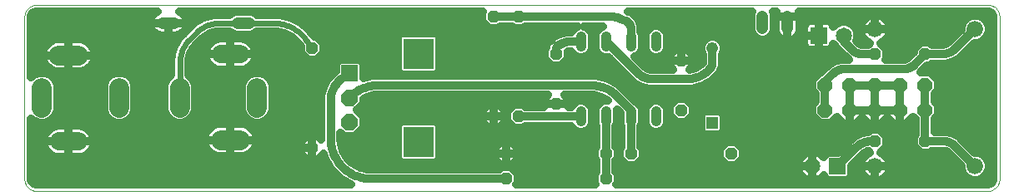
<source format=gtl>
G75*
%MOIN*%
%OFA0B0*%
%FSLAX24Y24*%
%IPPOS*%
%LPD*%
%AMOC8*
5,1,8,0,0,1.08239X$1,22.5*
%
%ADD10C,0.0010*%
%ADD11C,0.0787*%
%ADD12C,0.0748*%
%ADD13R,0.0660X0.0660*%
%ADD14OC8,0.0660*%
%ADD15R,0.1227X0.1227*%
%ADD16OC8,0.0600*%
%ADD17R,0.0480X0.0480*%
%ADD18C,0.0480*%
%ADD19C,0.0480*%
%ADD20OC8,0.0480*%
%ADD21R,0.0650X0.0650*%
%ADD22C,0.0650*%
%ADD23C,0.0660*%
%ADD24C,0.0413*%
%ADD25C,0.0472*%
%ADD26C,0.0320*%
%ADD27C,0.0240*%
D10*
X001260Y001510D02*
X039236Y001510D01*
X039280Y001512D01*
X039323Y001518D01*
X039366Y001527D01*
X039407Y001540D01*
X039448Y001557D01*
X039487Y001577D01*
X039523Y001601D01*
X039558Y001627D01*
X039590Y001657D01*
X039620Y001689D01*
X039646Y001724D01*
X039670Y001760D01*
X039690Y001799D01*
X039707Y001840D01*
X039720Y001881D01*
X039729Y001924D01*
X039735Y001967D01*
X039737Y002011D01*
X039736Y002011D02*
X039736Y008514D01*
X039737Y008514D02*
X039735Y008556D01*
X039730Y008597D01*
X039721Y008637D01*
X039708Y008677D01*
X039692Y008716D01*
X039673Y008753D01*
X039651Y008788D01*
X039625Y008821D01*
X039597Y008851D01*
X039567Y008879D01*
X039534Y008905D01*
X039499Y008927D01*
X039462Y008946D01*
X039423Y008962D01*
X039383Y008975D01*
X039343Y008984D01*
X039302Y008989D01*
X039260Y008991D01*
X039260Y008990D02*
X001240Y008990D01*
X001198Y008988D01*
X001157Y008983D01*
X001116Y008974D01*
X001076Y008961D01*
X001037Y008945D01*
X001000Y008926D01*
X000965Y008903D01*
X000931Y008878D01*
X000901Y008849D01*
X000872Y008819D01*
X000847Y008785D01*
X000824Y008750D01*
X000805Y008713D01*
X000789Y008674D01*
X000776Y008634D01*
X000767Y008593D01*
X000762Y008552D01*
X000760Y008510D01*
X000760Y002010D01*
X000762Y001966D01*
X000768Y001923D01*
X000777Y001881D01*
X000790Y001839D01*
X000807Y001799D01*
X000827Y001760D01*
X000850Y001723D01*
X000877Y001689D01*
X000906Y001656D01*
X000939Y001627D01*
X000973Y001600D01*
X001010Y001577D01*
X001049Y001557D01*
X001089Y001540D01*
X001131Y001527D01*
X001173Y001518D01*
X001216Y001512D01*
X001260Y001510D01*
D11*
X008603Y003560D02*
X009390Y003560D01*
X010059Y004866D02*
X010059Y005654D01*
X006970Y005654D02*
X006970Y004866D01*
X004550Y004866D02*
X004550Y005654D01*
X001461Y005654D02*
X001461Y004866D01*
X002130Y006960D02*
X002917Y006960D01*
D12*
X008622Y007010D02*
X009370Y007010D01*
X002898Y003510D02*
X002150Y003510D01*
D13*
X013754Y006244D03*
D14*
X013754Y005260D03*
X013754Y004276D03*
D15*
X016510Y003488D03*
X016510Y007032D03*
D16*
X032760Y005760D03*
X033760Y005760D03*
X034760Y005760D03*
X035760Y005760D03*
X036760Y005760D03*
X036760Y004760D03*
X035760Y004760D03*
X034760Y004760D03*
X033760Y004760D03*
X032760Y004760D03*
D17*
X028260Y004260D03*
D18*
X028260Y007260D03*
D19*
X009750Y008260D02*
X009270Y008260D01*
X006750Y008260D02*
X006270Y008260D01*
D20*
X012260Y007260D03*
X019510Y008510D03*
X020510Y008510D03*
X022010Y007010D03*
X027010Y006760D03*
X022010Y005010D03*
X020510Y004510D03*
X019510Y004510D03*
X020010Y003010D03*
X020010Y002010D03*
X024010Y002010D03*
X024010Y003010D03*
X025010Y003010D03*
X029010Y003010D03*
X034760Y003510D03*
X036760Y003510D03*
X027010Y004760D03*
X034760Y007010D03*
X036760Y007010D03*
X012260Y003260D03*
D21*
X032510Y007760D03*
X033260Y002510D03*
D22*
X032260Y002510D03*
X033510Y007760D03*
D23*
X034760Y008010D03*
X038760Y008010D03*
X038760Y002510D03*
X034760Y002510D03*
D24*
X026010Y004303D02*
X026010Y004717D01*
X025010Y004717D02*
X025010Y004303D01*
X024010Y004303D02*
X024010Y004717D01*
X023010Y004717D02*
X023010Y004303D01*
X023010Y007303D02*
X023010Y007717D01*
X024010Y007717D02*
X024010Y007303D01*
X025010Y007303D02*
X025010Y007717D01*
X026010Y007717D02*
X026010Y007303D01*
D25*
X030260Y008038D02*
X030260Y008510D01*
X031260Y008510D02*
X031260Y008038D01*
D26*
X031260Y007880D02*
X031260Y007880D01*
X031638Y007714D02*
X031684Y007777D01*
X031720Y007847D01*
X031744Y007921D01*
X031756Y007999D01*
X031756Y008510D01*
X031756Y008549D01*
X031744Y008626D01*
X031720Y008700D01*
X031707Y008725D01*
X039260Y008725D01*
X039301Y008721D01*
X039377Y008690D01*
X039436Y008631D01*
X039467Y008555D01*
X039471Y008514D01*
X039471Y002011D01*
X039467Y001965D01*
X039432Y001880D01*
X039367Y001815D01*
X039282Y001780D01*
X039236Y001775D01*
X024426Y001775D01*
X024470Y001819D01*
X024470Y002201D01*
X024390Y002281D01*
X024390Y002739D01*
X024470Y002819D01*
X024470Y003201D01*
X024390Y003281D01*
X024390Y004106D01*
X024437Y004218D01*
X024437Y004796D01*
X024583Y004649D01*
X024583Y004218D01*
X024630Y004106D01*
X024630Y003281D01*
X024550Y003201D01*
X024550Y002819D01*
X024819Y002550D01*
X025201Y002550D01*
X025470Y002819D01*
X025470Y003201D01*
X025390Y003281D01*
X025390Y004106D01*
X025437Y004218D01*
X025437Y004802D01*
X025372Y004958D01*
X025252Y005078D01*
X025213Y005094D01*
X024795Y005512D01*
X024742Y005566D01*
X024559Y005748D01*
X024112Y006006D01*
X023613Y006140D01*
X014658Y006140D01*
X014304Y006045D01*
X014304Y006665D01*
X014175Y006794D01*
X013333Y006794D01*
X013204Y006665D01*
X013204Y006330D01*
X013110Y006266D01*
X013110Y006266D01*
X012877Y006006D01*
X012714Y005698D01*
X012714Y005698D01*
X012630Y005359D01*
X012630Y003597D01*
X012467Y003760D01*
X012260Y003760D01*
X012260Y003260D01*
X012260Y003260D01*
X012260Y002760D01*
X012467Y002760D01*
X012717Y003010D01*
X012764Y002834D01*
X013022Y002387D01*
X013387Y002022D01*
X013387Y002022D01*
X013815Y001775D01*
X001260Y001775D01*
X001214Y001780D01*
X001129Y001815D01*
X001065Y001879D01*
X001030Y001964D01*
X001025Y002010D01*
X001025Y004434D01*
X001113Y004346D01*
X001339Y004253D01*
X001583Y004253D01*
X001808Y004346D01*
X001981Y004519D01*
X002074Y004744D01*
X002074Y005776D01*
X001981Y006001D01*
X001808Y006174D01*
X001583Y006267D01*
X001339Y006267D01*
X001113Y006174D01*
X001025Y006086D01*
X001025Y008510D01*
X001029Y008552D01*
X001061Y008630D01*
X001121Y008689D01*
X001198Y008721D01*
X001240Y008725D01*
X006084Y008725D01*
X006078Y008723D01*
X006008Y008688D01*
X005944Y008641D01*
X005889Y008586D01*
X005842Y008522D01*
X005807Y008452D01*
X005782Y008377D01*
X005770Y008299D01*
X005770Y008260D01*
X006510Y008260D01*
X007250Y008260D01*
X007250Y008299D01*
X007238Y008377D01*
X007213Y008452D01*
X007178Y008522D01*
X007131Y008586D01*
X007076Y008641D01*
X007012Y008688D01*
X006942Y008723D01*
X006936Y008725D01*
X019075Y008725D01*
X019050Y008701D01*
X019050Y008319D01*
X019319Y008050D01*
X019701Y008050D01*
X019781Y008130D01*
X020239Y008130D01*
X020319Y008050D01*
X020701Y008050D01*
X020781Y008130D01*
X022893Y008130D01*
X022768Y008078D01*
X022648Y007958D01*
X022620Y007890D01*
X022410Y007890D01*
X022133Y007816D01*
X021885Y007673D01*
X021838Y007625D01*
X021772Y007559D01*
X021731Y007518D01*
X021688Y007475D01*
X021630Y007336D01*
X021630Y007281D01*
X021550Y007201D01*
X021550Y006819D01*
X021819Y006550D01*
X022201Y006550D01*
X022470Y006819D01*
X022470Y007116D01*
X022510Y007127D01*
X022553Y007130D01*
X022620Y007130D01*
X022648Y007062D01*
X022768Y006942D01*
X022925Y006877D01*
X023095Y006877D01*
X023252Y006942D01*
X023372Y007062D01*
X023437Y007218D01*
X023437Y007802D01*
X023372Y007958D01*
X023252Y008078D01*
X023127Y008130D01*
X023893Y008130D01*
X023768Y008078D01*
X023648Y007958D01*
X023583Y007802D01*
X023583Y007218D01*
X023648Y007062D01*
X023768Y006942D01*
X023925Y006877D01*
X024095Y006877D01*
X024103Y006880D01*
X024956Y006026D01*
X025006Y005977D01*
X025019Y005963D01*
X025119Y005864D01*
X025386Y005710D01*
X025683Y005630D01*
X027457Y005630D01*
X027871Y005741D01*
X027871Y005741D01*
X028243Y005956D01*
X028341Y006054D01*
X028395Y006107D01*
X028410Y006123D01*
X028448Y006161D01*
X028513Y006225D01*
X028640Y006533D01*
X028640Y006989D01*
X028650Y006999D01*
X028720Y007168D01*
X028720Y007351D01*
X028650Y007521D01*
X028521Y007650D01*
X028351Y007720D01*
X028168Y007720D01*
X027999Y007650D01*
X027870Y007521D01*
X027800Y007351D01*
X027800Y007168D01*
X027870Y006999D01*
X027880Y006989D01*
X027880Y006699D01*
X027879Y006684D01*
X027867Y006657D01*
X027857Y006645D01*
X027772Y006570D01*
X027575Y006456D01*
X027356Y006397D01*
X027354Y006397D01*
X027510Y006553D01*
X027510Y006760D01*
X027510Y006967D01*
X027217Y007260D01*
X027010Y007260D01*
X027010Y006760D01*
X027010Y006760D01*
X027510Y006760D01*
X027010Y006760D01*
X027010Y006760D01*
X027010Y006760D01*
X026510Y006760D01*
X026510Y006967D01*
X026803Y007260D01*
X027010Y007260D01*
X027010Y006760D01*
X026510Y006760D01*
X026510Y006553D01*
X026673Y006390D01*
X025837Y006390D01*
X025784Y006394D01*
X025680Y006421D01*
X025588Y006475D01*
X025547Y006510D01*
X025502Y006555D01*
X025494Y006564D01*
X025156Y006902D01*
X025252Y006942D01*
X025372Y007062D01*
X025437Y007218D01*
X025437Y007802D01*
X025390Y007914D01*
X025390Y008170D01*
X025278Y008439D01*
X025278Y008439D01*
X025072Y008646D01*
X025072Y008646D01*
X024937Y008701D01*
X024880Y008725D01*
X029855Y008725D01*
X029804Y008601D01*
X029804Y007947D01*
X029873Y007779D01*
X030002Y007651D01*
X030169Y007581D01*
X030351Y007581D01*
X030518Y007651D01*
X030647Y007779D01*
X030716Y007947D01*
X030716Y008601D01*
X030665Y008725D01*
X030813Y008725D01*
X030800Y008700D01*
X030776Y008626D01*
X030764Y008549D01*
X030764Y008510D01*
X030764Y007999D01*
X030776Y007921D01*
X030800Y007847D01*
X030836Y007777D01*
X030882Y007714D01*
X030937Y007659D01*
X031000Y007613D01*
X031070Y007578D01*
X031144Y007554D01*
X031221Y007541D01*
X031260Y007541D01*
X031299Y007541D01*
X031376Y007554D01*
X031450Y007578D01*
X031520Y007613D01*
X031583Y007659D01*
X031638Y007714D01*
X031401Y007562D02*
X031925Y007562D01*
X031260Y007562D02*
X031260Y007562D01*
X031260Y007541D02*
X031260Y008510D01*
X031756Y008510D01*
X031260Y008510D01*
X031260Y008510D01*
X031260Y008510D01*
X031260Y008510D01*
X030764Y008510D01*
X031260Y008510D01*
X031260Y007541D01*
X031119Y007562D02*
X028609Y007562D01*
X027911Y007562D02*
X026437Y007562D01*
X026437Y007802D02*
X026372Y007958D01*
X026252Y008078D01*
X026095Y008143D01*
X025925Y008143D01*
X025768Y008078D01*
X025648Y007958D01*
X025583Y007802D01*
X025583Y007218D01*
X025648Y007062D01*
X025768Y006942D01*
X025925Y006877D01*
X026095Y006877D01*
X026252Y006942D01*
X026372Y007062D01*
X026437Y007218D01*
X026437Y007802D01*
X026404Y007880D02*
X029831Y007880D01*
X030689Y007880D02*
X030789Y007880D01*
X031731Y007880D02*
X031925Y007880D01*
X031925Y007760D02*
X032510Y007760D01*
X032510Y007760D01*
X032510Y008345D01*
X032861Y008345D01*
X032911Y008335D01*
X032958Y008315D01*
X033001Y008287D01*
X033037Y008251D01*
X033065Y008208D01*
X033085Y008161D01*
X033094Y008115D01*
X033201Y008222D01*
X033402Y008305D01*
X033618Y008305D01*
X033819Y008222D01*
X033972Y008069D01*
X034055Y007868D01*
X034055Y007652D01*
X034011Y007546D01*
X034062Y007496D01*
X034073Y007484D01*
X034115Y007442D01*
X034133Y007427D01*
X034173Y007404D01*
X034218Y007392D01*
X034242Y007390D01*
X034489Y007390D01*
X034556Y007456D01*
X034534Y007463D01*
X034451Y007505D01*
X034376Y007560D01*
X034310Y007626D01*
X034255Y007701D01*
X034213Y007784D01*
X034185Y007872D01*
X034170Y007964D01*
X034170Y008010D01*
X034760Y008010D01*
X034760Y008010D01*
X034760Y008600D01*
X034806Y008600D01*
X034898Y008585D01*
X034986Y008557D01*
X035069Y008515D01*
X035144Y008460D01*
X035210Y008394D01*
X035265Y008319D01*
X035307Y008236D01*
X035335Y008148D01*
X035350Y008056D01*
X035350Y008010D01*
X034760Y008010D01*
X034760Y008010D01*
X034760Y008010D01*
X034760Y008600D01*
X034714Y008600D01*
X034622Y008585D01*
X034534Y008557D01*
X034451Y008515D01*
X034376Y008460D01*
X034310Y008394D01*
X034255Y008319D01*
X034213Y008236D01*
X034185Y008148D01*
X034170Y008056D01*
X034170Y008010D01*
X034760Y008010D01*
X035350Y008010D01*
X035350Y007964D01*
X035335Y007872D01*
X035307Y007784D01*
X035265Y007701D01*
X035210Y007626D01*
X035144Y007560D01*
X035069Y007505D01*
X034986Y007463D01*
X034964Y007456D01*
X035220Y007201D01*
X035220Y006819D01*
X035191Y006790D01*
X035904Y006790D01*
X035935Y006792D01*
X035995Y006808D01*
X036049Y006839D01*
X036072Y006860D01*
X036077Y006865D01*
X036126Y006913D01*
X036126Y006913D01*
X036300Y007087D01*
X036300Y007201D01*
X036569Y007470D01*
X036951Y007470D01*
X037031Y007390D01*
X037433Y007390D01*
X037486Y007394D01*
X037590Y007421D01*
X037682Y007475D01*
X037723Y007510D01*
X038210Y007997D01*
X038210Y008119D01*
X038294Y008322D01*
X038448Y008476D01*
X038651Y008560D01*
X038869Y008560D01*
X039072Y008476D01*
X039226Y008322D01*
X039310Y008119D01*
X039310Y007901D01*
X039226Y007698D01*
X039072Y007544D01*
X038869Y007460D01*
X038747Y007460D01*
X038314Y007026D01*
X038314Y007026D01*
X038266Y006979D01*
X038242Y006955D01*
X038151Y006864D01*
X038151Y006864D01*
X037884Y006710D01*
X037884Y006710D01*
X037587Y006630D01*
X037031Y006630D01*
X036951Y006550D01*
X036837Y006550D01*
X036598Y006311D01*
X036567Y006280D01*
X036975Y006280D01*
X037280Y005975D01*
X037280Y005545D01*
X037140Y005405D01*
X037140Y005115D01*
X037280Y004975D01*
X037280Y004545D01*
X037140Y004405D01*
X037140Y003890D01*
X037652Y003890D01*
X037891Y003826D01*
X037891Y003826D01*
X038105Y003702D01*
X038192Y003615D01*
X038246Y003562D01*
X038246Y003562D01*
X038747Y003060D01*
X038869Y003060D01*
X039072Y002976D01*
X039226Y002822D01*
X039310Y002619D01*
X039310Y002401D01*
X039226Y002198D01*
X039072Y002044D01*
X038869Y001960D01*
X038651Y001960D01*
X038448Y002044D01*
X038294Y002198D01*
X038210Y002401D01*
X038210Y002523D01*
X037708Y003024D01*
X037708Y003024D01*
X037655Y003078D01*
X037637Y003093D01*
X037637Y003093D01*
X037597Y003116D01*
X037552Y003128D01*
X037528Y003130D01*
X037031Y003130D01*
X036951Y003050D01*
X036569Y003050D01*
X036300Y003319D01*
X036300Y003701D01*
X036380Y003781D01*
X036380Y004405D01*
X036288Y004496D01*
X035992Y004200D01*
X035760Y004200D01*
X035760Y004760D01*
X035760Y004760D01*
X035760Y005760D01*
X035760Y005760D01*
X035760Y005760D01*
X034760Y005760D01*
X034760Y005760D01*
X034760Y004760D01*
X035760Y004760D01*
X035760Y004760D01*
X035760Y004760D01*
X035760Y005200D01*
X035760Y005760D01*
X035200Y005760D01*
X034760Y005760D01*
X034760Y005760D01*
X034760Y005760D01*
X033760Y005760D01*
X033760Y005760D01*
X033760Y004760D01*
X034760Y004760D01*
X034760Y004760D01*
X034760Y004760D01*
X034760Y004200D01*
X034992Y004200D01*
X035260Y004468D01*
X035528Y004200D01*
X035760Y004200D01*
X035760Y004760D01*
X035200Y004760D01*
X034760Y004760D01*
X034760Y004760D01*
X034760Y004760D01*
X034760Y005200D01*
X034760Y005760D01*
X034200Y005760D01*
X033760Y005760D01*
X033760Y005760D01*
X033760Y005200D01*
X033760Y004760D01*
X033760Y004760D01*
X033760Y004760D01*
X033760Y004200D01*
X033992Y004200D01*
X034260Y004468D01*
X034528Y004200D01*
X034760Y004200D01*
X034760Y004760D01*
X034200Y004760D01*
X033760Y004760D01*
X033760Y004760D01*
X033760Y004200D01*
X033528Y004200D01*
X033232Y004496D01*
X032975Y004240D01*
X032545Y004240D01*
X032240Y004545D01*
X032240Y004975D01*
X032380Y005115D01*
X032380Y005405D01*
X032240Y005545D01*
X032240Y005975D01*
X032545Y006280D01*
X032593Y006280D01*
X032750Y006438D01*
X032750Y006438D01*
X032804Y006491D01*
X032804Y006491D01*
X032899Y006586D01*
X032899Y006586D01*
X033131Y006720D01*
X033131Y006720D01*
X033391Y006790D01*
X033713Y006790D01*
X033665Y006818D01*
X033665Y006818D01*
X033631Y006852D01*
X033536Y006946D01*
X033524Y006958D01*
X033188Y007295D01*
X033176Y007323D01*
X033094Y007405D01*
X033085Y007359D01*
X033065Y007312D01*
X033037Y007269D01*
X033001Y007233D01*
X032958Y007205D01*
X032911Y007185D01*
X032861Y007175D01*
X032510Y007175D01*
X032510Y007760D01*
X032510Y007760D01*
X032510Y007760D01*
X032510Y008345D01*
X032159Y008345D01*
X032109Y008335D01*
X032062Y008315D01*
X032019Y008287D01*
X031983Y008251D01*
X031955Y008208D01*
X031935Y008161D01*
X031925Y008111D01*
X031925Y007760D01*
X031925Y007409D01*
X031935Y007359D01*
X031955Y007312D01*
X031983Y007269D01*
X032019Y007233D01*
X032062Y007205D01*
X032109Y007185D01*
X032159Y007175D01*
X032510Y007175D01*
X032510Y007760D01*
X031925Y007760D01*
X032510Y007880D02*
X032510Y007880D01*
X033510Y007760D02*
X033510Y007510D01*
X033846Y007174D01*
X033240Y007243D02*
X033011Y007243D01*
X032510Y007243D02*
X032510Y007243D01*
X032009Y007243D02*
X028720Y007243D01*
X028260Y007260D02*
X028260Y006699D01*
X028640Y006606D02*
X032933Y006606D01*
X033525Y006410D02*
X035904Y006410D01*
X036341Y006591D02*
X036760Y007010D01*
X037433Y007010D01*
X038212Y006925D02*
X039471Y006925D01*
X039471Y007243D02*
X038530Y007243D01*
X037992Y007242D02*
X038760Y008010D01*
X039301Y007880D02*
X039471Y007880D01*
X039471Y007562D02*
X039089Y007562D01*
X038093Y007880D02*
X035337Y007880D01*
X035319Y008199D02*
X038243Y008199D01*
X039277Y008199D02*
X039471Y008199D01*
X039471Y008517D02*
X038973Y008517D01*
X038547Y008517D02*
X035065Y008517D01*
X034760Y008517D02*
X034760Y008517D01*
X034455Y008517D02*
X031756Y008517D01*
X031756Y008199D02*
X031951Y008199D01*
X031260Y008199D02*
X031260Y008199D01*
X030764Y008199D02*
X030716Y008199D01*
X029804Y008199D02*
X025378Y008199D01*
X024792Y008350D02*
X024592Y008433D01*
X024205Y008510D02*
X020510Y008510D01*
X019510Y008510D01*
X019050Y008517D02*
X011287Y008517D01*
X011375Y008496D02*
X010936Y008600D01*
X010061Y008600D01*
X010011Y008650D01*
X009841Y008720D01*
X009178Y008720D01*
X009009Y008650D01*
X008959Y008600D01*
X008318Y008600D01*
X007914Y008492D01*
X007551Y008282D01*
X007403Y008134D01*
X007356Y008086D01*
X007142Y007873D01*
X007099Y007829D01*
X006950Y007681D01*
X006950Y007681D01*
X006739Y007316D01*
X006739Y007316D01*
X006630Y006909D01*
X006630Y006177D01*
X006623Y006174D01*
X006450Y006001D01*
X006357Y005776D01*
X006357Y004744D01*
X006450Y004519D01*
X006623Y004346D01*
X006848Y004253D01*
X007092Y004253D01*
X007318Y004346D01*
X007491Y004519D01*
X007584Y004744D01*
X007584Y005776D01*
X007491Y006001D01*
X007318Y006174D01*
X007310Y006177D01*
X007310Y006699D01*
X007318Y006819D01*
X007380Y007050D01*
X007500Y007258D01*
X007579Y007349D01*
X007623Y007392D01*
X007836Y007606D01*
X007836Y007606D01*
X007884Y007653D01*
X007974Y007732D01*
X008180Y007851D01*
X008409Y007912D01*
X008528Y007920D01*
X008959Y007920D01*
X009009Y007870D01*
X009178Y007800D01*
X009841Y007800D01*
X010011Y007870D01*
X010061Y007920D01*
X010710Y007920D01*
X010855Y007912D01*
X011139Y007845D01*
X011400Y007714D01*
X011624Y007527D01*
X011718Y007416D01*
X011800Y007307D01*
X011800Y007069D01*
X012069Y006800D01*
X012451Y006800D01*
X012720Y007069D01*
X012720Y007451D01*
X012451Y007720D01*
X012340Y007720D01*
X012303Y007770D01*
X012262Y007824D01*
X012127Y008004D01*
X012127Y008004D01*
X012127Y008004D01*
X011780Y008294D01*
X011780Y008294D01*
X011375Y008496D01*
X011375Y008496D01*
X011894Y008199D02*
X019171Y008199D01*
X017343Y007736D02*
X017215Y007865D01*
X015805Y007865D01*
X015677Y007736D01*
X015677Y006327D01*
X015805Y006198D01*
X017215Y006198D01*
X017343Y006327D01*
X017343Y007736D01*
X017343Y007562D02*
X021774Y007562D01*
X021885Y007673D02*
X021885Y007673D01*
X022133Y007816D02*
X022133Y007816D01*
X022372Y007880D02*
X012220Y007880D01*
X012303Y007770D02*
X012303Y007770D01*
X012609Y007562D02*
X015677Y007562D01*
X015677Y007243D02*
X012720Y007243D01*
X012575Y006925D02*
X015677Y006925D01*
X015677Y006606D02*
X014304Y006606D01*
X013204Y006606D02*
X009860Y006606D01*
X009854Y006597D02*
X009912Y006678D01*
X009958Y006767D01*
X009989Y006862D01*
X010004Y006960D01*
X010004Y007010D01*
X008996Y007010D01*
X008996Y007010D01*
X008996Y006376D01*
X008572Y006376D01*
X008474Y006392D01*
X008379Y006423D01*
X008290Y006468D01*
X008209Y006527D01*
X008139Y006597D01*
X008080Y006678D01*
X008035Y006767D01*
X008004Y006862D01*
X007988Y006960D01*
X007988Y007010D01*
X008996Y007010D01*
X008996Y007010D01*
X008996Y006376D01*
X009420Y006376D01*
X009519Y006392D01*
X009614Y006423D01*
X009703Y006468D01*
X009783Y006527D01*
X009854Y006597D01*
X009937Y006267D02*
X009712Y006174D01*
X009539Y006001D01*
X009446Y005776D01*
X009446Y004744D01*
X009539Y004519D01*
X009712Y004346D01*
X009937Y004253D01*
X010181Y004253D01*
X010407Y004346D01*
X010579Y004519D01*
X010673Y004744D01*
X010673Y005776D01*
X010579Y006001D01*
X010407Y006174D01*
X010181Y006267D01*
X009937Y006267D01*
X009526Y005969D02*
X007504Y005969D01*
X007584Y005651D02*
X009446Y005651D01*
X009446Y005332D02*
X007584Y005332D01*
X007584Y005014D02*
X009446Y005014D01*
X009466Y004695D02*
X007564Y004695D01*
X007348Y004377D02*
X009681Y004377D01*
X009600Y004180D02*
X009518Y004202D01*
X009433Y004213D01*
X008996Y004213D01*
X008560Y004213D01*
X008475Y004202D01*
X008392Y004180D01*
X008313Y004147D01*
X008239Y004104D01*
X008171Y004052D01*
X008110Y003992D01*
X008058Y003924D01*
X008015Y003849D01*
X007982Y003770D01*
X007960Y003687D01*
X007949Y003602D01*
X007949Y003560D01*
X008996Y003560D01*
X008996Y004213D01*
X008996Y003560D01*
X008996Y003560D01*
X008996Y003560D01*
X007949Y003560D01*
X007949Y003517D01*
X007960Y003432D01*
X007982Y003349D01*
X008015Y003270D01*
X008058Y003196D01*
X008110Y003128D01*
X008171Y003067D01*
X008239Y003015D01*
X008313Y002972D01*
X008392Y002939D01*
X008475Y002917D01*
X008560Y002906D01*
X008996Y002906D01*
X008996Y003560D01*
X010044Y003560D01*
X010044Y003602D01*
X010032Y003687D01*
X010010Y003770D01*
X009977Y003849D01*
X009935Y003924D01*
X009882Y003992D01*
X009822Y004052D01*
X009754Y004104D01*
X009680Y004147D01*
X009600Y004180D01*
X009814Y004058D02*
X012630Y004058D01*
X013390Y003862D02*
X013526Y003726D01*
X013982Y003726D01*
X014304Y004048D01*
X014304Y004504D01*
X014040Y004768D01*
X014304Y005032D01*
X014304Y005202D01*
X014450Y005287D01*
X014759Y005370D01*
X014919Y005380D01*
X021673Y005380D01*
X021510Y005217D01*
X021510Y005010D01*
X022010Y005010D01*
X022510Y005010D01*
X022510Y005217D01*
X022347Y005380D01*
X023355Y005380D01*
X023512Y005370D01*
X023815Y005289D01*
X024066Y005143D01*
X023925Y005143D01*
X023768Y005078D01*
X023648Y004958D01*
X023583Y004802D01*
X023583Y004218D01*
X023630Y004106D01*
X023630Y003281D01*
X023550Y003201D01*
X023550Y002819D01*
X023630Y002739D01*
X023630Y002281D01*
X023550Y002201D01*
X023550Y001819D01*
X023594Y001775D01*
X020426Y001775D01*
X020470Y001819D01*
X020470Y002201D01*
X020201Y002470D01*
X019819Y002470D01*
X019739Y002390D01*
X014591Y002390D01*
X014434Y002400D01*
X014131Y002481D01*
X013860Y002638D01*
X013638Y002860D01*
X013481Y003131D01*
X013400Y003434D01*
X013390Y003591D01*
X013390Y003862D01*
X013390Y003740D02*
X013513Y003740D01*
X013996Y003740D02*
X015677Y003740D01*
X015677Y004058D02*
X014304Y004058D01*
X013784Y005290D02*
X013841Y005344D01*
X013901Y005396D01*
X013963Y005444D01*
X014027Y005490D01*
X014094Y005532D01*
X014162Y005570D01*
X014233Y005606D01*
X014305Y005638D01*
X014378Y005666D01*
X014453Y005691D01*
X014529Y005712D01*
X014606Y005729D01*
X014683Y005743D01*
X014762Y005752D01*
X014840Y005758D01*
X014919Y005760D01*
X023355Y005760D01*
X024177Y005969D02*
X025014Y005969D01*
X024956Y006026D02*
X024956Y006026D01*
X025119Y005864D02*
X025119Y005864D01*
X025386Y005710D02*
X025386Y005710D01*
X025607Y005651D02*
X024657Y005651D01*
X024742Y005566D02*
X024742Y005566D01*
X024795Y005512D02*
X024795Y005512D01*
X024975Y005332D02*
X032380Y005332D01*
X032278Y005014D02*
X027407Y005014D01*
X027470Y004951D02*
X027201Y005220D01*
X026819Y005220D01*
X026550Y004951D01*
X026550Y004569D01*
X026819Y004300D01*
X027201Y004300D01*
X027470Y004569D01*
X027470Y004951D01*
X027470Y004695D02*
X027904Y004695D01*
X027929Y004720D02*
X027800Y004591D01*
X027800Y003929D01*
X027929Y003800D01*
X028591Y003800D01*
X028720Y003929D01*
X028720Y004591D01*
X028591Y004720D01*
X027929Y004720D01*
X028616Y004695D02*
X032240Y004695D01*
X032760Y004760D02*
X032760Y005760D01*
X032240Y005651D02*
X027533Y005651D01*
X028243Y005956D02*
X028243Y005956D01*
X028256Y005969D02*
X032240Y005969D01*
X032760Y005910D02*
X033072Y006222D01*
X032600Y006288D02*
X028538Y006288D01*
X028513Y006225D02*
X028513Y006225D01*
X028448Y006161D02*
X028448Y006161D01*
X027242Y006010D02*
X025837Y006010D01*
X025278Y006242D02*
X024010Y007510D01*
X024205Y008510D02*
X024262Y008508D01*
X024318Y008504D01*
X024374Y008496D01*
X024430Y008485D01*
X024485Y008470D01*
X024539Y008453D01*
X024592Y008433D01*
X025201Y008517D02*
X029804Y008517D01*
X030716Y008517D02*
X030764Y008517D01*
X032510Y008199D02*
X032510Y008199D01*
X033069Y008199D02*
X033178Y008199D01*
X033842Y008199D02*
X034201Y008199D01*
X034760Y008199D02*
X034760Y008199D01*
X034183Y007880D02*
X034050Y007880D01*
X034018Y007562D02*
X034374Y007562D01*
X034242Y007010D02*
X034198Y007012D01*
X034155Y007017D01*
X034112Y007025D01*
X034069Y007037D01*
X034028Y007053D01*
X033988Y007071D01*
X033950Y007092D01*
X033913Y007117D01*
X033879Y007144D01*
X033847Y007174D01*
X033558Y006925D02*
X028640Y006925D01*
X027880Y006925D02*
X027510Y006925D01*
X027010Y006925D02*
X027010Y006925D01*
X026510Y006925D02*
X026210Y006925D01*
X025810Y006925D02*
X025210Y006925D01*
X025278Y006242D02*
X025315Y006206D01*
X025355Y006173D01*
X025398Y006143D01*
X025441Y006116D01*
X025487Y006092D01*
X025534Y006070D01*
X025583Y006052D01*
X025632Y006037D01*
X025683Y006025D01*
X025734Y006017D01*
X025785Y006012D01*
X025837Y006010D01*
X024695Y006288D02*
X017304Y006288D01*
X017343Y006606D02*
X021763Y006606D01*
X022257Y006606D02*
X024377Y006606D01*
X023810Y006925D02*
X023210Y006925D01*
X022810Y006925D02*
X022470Y006925D01*
X022010Y007010D02*
X022010Y007260D01*
X022053Y007303D01*
X021592Y007243D02*
X017343Y007243D01*
X017343Y006925D02*
X021550Y006925D01*
X022053Y007303D02*
X022090Y007337D01*
X022129Y007369D01*
X022171Y007398D01*
X022214Y007424D01*
X022259Y007446D01*
X022306Y007465D01*
X022354Y007481D01*
X022403Y007494D01*
X022452Y007503D01*
X022503Y007508D01*
X022553Y007510D01*
X023010Y007510D01*
X023437Y007562D02*
X023583Y007562D01*
X023583Y007243D02*
X023437Y007243D01*
X025010Y007510D02*
X025010Y008024D01*
X025008Y008059D01*
X025003Y008093D01*
X024995Y008127D01*
X024983Y008159D01*
X024968Y008191D01*
X024950Y008221D01*
X024930Y008249D01*
X024906Y008274D01*
X024881Y008298D01*
X024853Y008318D01*
X024823Y008336D01*
X024791Y008351D01*
X025404Y007880D02*
X025616Y007880D01*
X025583Y007562D02*
X025437Y007562D01*
X025437Y007243D02*
X025583Y007243D01*
X026437Y007243D02*
X026786Y007243D01*
X027010Y007243D02*
X027010Y007243D01*
X027234Y007243D02*
X027800Y007243D01*
X028126Y006376D02*
X028078Y006331D01*
X028029Y006289D01*
X027977Y006249D01*
X027923Y006212D01*
X027867Y006177D01*
X027809Y006146D01*
X027750Y006118D01*
X027690Y006093D01*
X027628Y006071D01*
X027566Y006053D01*
X027502Y006037D01*
X027438Y006025D01*
X027373Y006017D01*
X027307Y006012D01*
X027242Y006010D01*
X027510Y006606D02*
X027813Y006606D01*
X027857Y006645D02*
X027857Y006645D01*
X028126Y006376D02*
X028153Y006405D01*
X028177Y006437D01*
X028199Y006471D01*
X028217Y006506D01*
X028232Y006543D01*
X028244Y006581D01*
X028253Y006620D01*
X028258Y006659D01*
X028260Y006699D01*
X026510Y006606D02*
X025451Y006606D01*
X024112Y006006D02*
X024112Y006006D01*
X024559Y005748D02*
X024559Y005748D01*
X024473Y005297D02*
X025010Y004760D01*
X025010Y004510D01*
X025010Y003010D01*
X024550Y003103D02*
X024470Y003103D01*
X024010Y003010D02*
X024010Y002010D01*
X024470Y002147D02*
X031801Y002147D01*
X031814Y002129D02*
X031879Y002064D01*
X031953Y002010D01*
X032035Y001968D01*
X032123Y001939D01*
X032214Y001925D01*
X032260Y001925D01*
X032306Y001925D01*
X032397Y001939D01*
X032485Y001968D01*
X032567Y002010D01*
X032641Y002064D01*
X032706Y002129D01*
X032715Y002141D01*
X032715Y002094D01*
X032844Y001965D01*
X033676Y001965D01*
X033805Y002094D01*
X033805Y002518D01*
X034297Y003010D01*
X034338Y003045D01*
X034430Y003099D01*
X034502Y003118D01*
X034556Y003064D01*
X034534Y003057D01*
X034451Y003015D01*
X034376Y002960D01*
X034310Y002894D01*
X034255Y002819D01*
X034213Y002736D01*
X034185Y002648D01*
X034170Y002556D01*
X034170Y002510D01*
X034760Y002510D01*
X035350Y002510D01*
X035350Y002556D01*
X035335Y002648D01*
X035307Y002736D01*
X035265Y002819D01*
X035210Y002894D01*
X035144Y002960D01*
X035069Y003015D01*
X034986Y003057D01*
X034964Y003064D01*
X035220Y003319D01*
X035220Y003701D01*
X034951Y003970D01*
X034569Y003970D01*
X034489Y003890D01*
X034433Y003890D01*
X034136Y003810D01*
X034136Y003810D01*
X033869Y003656D01*
X033869Y003656D01*
X033770Y003557D01*
X033756Y003544D01*
X033706Y003494D01*
X033706Y003494D01*
X033268Y003055D01*
X032844Y003055D01*
X032715Y002926D01*
X032715Y002879D01*
X032706Y002891D01*
X032641Y002956D01*
X032567Y003010D01*
X032485Y003052D01*
X032397Y003081D01*
X032306Y003095D01*
X032260Y003095D01*
X032260Y002510D01*
X032260Y002510D01*
X032260Y001925D01*
X032260Y002510D01*
X032260Y002510D01*
X032260Y002510D01*
X031675Y002510D01*
X031675Y002556D01*
X031689Y002647D01*
X031718Y002735D01*
X031760Y002817D01*
X031814Y002891D01*
X031879Y002956D01*
X031953Y003010D01*
X032035Y003052D01*
X032123Y003081D01*
X032214Y003095D01*
X032260Y003095D01*
X032260Y002510D01*
X031675Y002510D01*
X031675Y002464D01*
X031689Y002373D01*
X031718Y002285D01*
X031760Y002203D01*
X031814Y002129D01*
X032260Y002147D02*
X032260Y002147D01*
X032260Y002466D02*
X032260Y002466D01*
X031675Y002466D02*
X024390Y002466D01*
X023630Y002466D02*
X020205Y002466D01*
X020217Y002510D02*
X020010Y002510D01*
X020010Y003010D01*
X020510Y003010D01*
X020510Y003217D01*
X020217Y003510D01*
X020010Y003510D01*
X020010Y003010D01*
X020010Y003010D01*
X020010Y003010D01*
X020510Y003010D01*
X020510Y002803D01*
X020217Y002510D01*
X020010Y002510D02*
X020010Y003010D01*
X020010Y003010D01*
X020010Y003010D01*
X019510Y003010D01*
X019510Y003217D01*
X019803Y003510D01*
X020010Y003510D01*
X020010Y003010D01*
X019510Y003010D01*
X019510Y002803D01*
X019803Y002510D01*
X020010Y002510D01*
X019815Y002466D02*
X014191Y002466D01*
X013714Y002784D02*
X015677Y002784D01*
X015805Y002655D01*
X017215Y002655D01*
X017343Y002784D01*
X019529Y002784D01*
X020010Y002784D02*
X020010Y002784D01*
X020491Y002784D02*
X023585Y002784D01*
X024435Y002784D02*
X024585Y002784D01*
X024010Y003010D02*
X024010Y004510D01*
X024437Y004377D02*
X024583Y004377D01*
X023583Y004377D02*
X023437Y004377D01*
X023010Y004510D02*
X020510Y004510D01*
X020050Y004377D02*
X020010Y004377D01*
X020050Y004319D02*
X020319Y004050D01*
X020701Y004050D01*
X020781Y004130D01*
X022620Y004130D01*
X022648Y004062D01*
X022768Y003942D01*
X022925Y003877D01*
X023095Y003877D01*
X023252Y003942D01*
X023372Y004062D01*
X023437Y004218D01*
X023437Y004802D01*
X023372Y004958D01*
X023252Y005078D01*
X023095Y005143D01*
X022925Y005143D01*
X022768Y005078D01*
X022648Y004958D01*
X022620Y004890D01*
X022510Y004890D01*
X022510Y005010D01*
X022010Y005010D01*
X022010Y005010D01*
X022010Y005010D01*
X021510Y005010D01*
X021510Y004890D01*
X020781Y004890D01*
X020701Y004970D01*
X020319Y004970D01*
X020050Y004701D01*
X020050Y004319D01*
X020010Y004303D02*
X020010Y004510D01*
X020010Y004717D01*
X019717Y005010D01*
X019510Y005010D01*
X019510Y004510D01*
X019510Y004510D01*
X020010Y004510D01*
X019510Y004510D01*
X019510Y004510D01*
X019510Y004510D01*
X019010Y004510D01*
X019010Y004717D01*
X019303Y005010D01*
X019510Y005010D01*
X019510Y004510D01*
X019510Y004010D01*
X019717Y004010D01*
X020010Y004303D01*
X019510Y004377D02*
X019510Y004377D01*
X019510Y004510D02*
X019510Y004510D01*
X019010Y004510D01*
X019010Y004303D01*
X019303Y004010D01*
X019510Y004010D01*
X019510Y004510D01*
X019010Y004377D02*
X014304Y004377D01*
X014113Y004695D02*
X019010Y004695D01*
X019510Y004695D02*
X019510Y004695D01*
X020010Y004695D02*
X020050Y004695D01*
X021510Y005014D02*
X014285Y005014D01*
X013010Y005185D02*
X013012Y005249D01*
X013018Y005312D01*
X013027Y005375D01*
X013041Y005437D01*
X013058Y005498D01*
X013079Y005558D01*
X013103Y005617D01*
X013131Y005674D01*
X013163Y005729D01*
X013198Y005782D01*
X013236Y005833D01*
X013276Y005882D01*
X013320Y005928D01*
X013367Y005971D01*
X013416Y006012D01*
X013467Y006049D01*
X013468Y006050D02*
X013754Y006244D01*
X014304Y006288D02*
X015716Y006288D01*
X013142Y006288D02*
X007310Y006288D01*
X006630Y006288D02*
X001025Y006288D01*
X001638Y006528D02*
X001698Y006468D01*
X001766Y006416D01*
X001840Y006373D01*
X001920Y006340D01*
X002002Y006318D01*
X002087Y006307D01*
X002524Y006307D01*
X002960Y006307D01*
X003045Y006318D01*
X003128Y006340D01*
X003207Y006373D01*
X003281Y006416D01*
X003349Y006468D01*
X003410Y006528D01*
X003462Y006596D01*
X003505Y006671D01*
X003538Y006750D01*
X003560Y006833D01*
X003571Y006918D01*
X003571Y006960D01*
X002524Y006960D01*
X002524Y006307D01*
X002524Y006960D01*
X002524Y006960D01*
X002524Y006960D01*
X003571Y006960D01*
X003571Y007003D01*
X003560Y007088D01*
X003538Y007171D01*
X003505Y007250D01*
X003462Y007324D01*
X003410Y007392D01*
X003349Y007453D01*
X003281Y007505D01*
X003207Y007548D01*
X003128Y007581D01*
X003045Y007603D01*
X002960Y007614D01*
X002524Y007614D01*
X002524Y006960D01*
X001476Y006960D01*
X001476Y006918D01*
X001488Y006833D01*
X001510Y006750D01*
X001543Y006671D01*
X001585Y006596D01*
X001638Y006528D01*
X001580Y006606D02*
X001025Y006606D01*
X001025Y006925D02*
X001476Y006925D01*
X001476Y006960D02*
X002524Y006960D01*
X002524Y006960D01*
X002524Y006960D01*
X002524Y007614D01*
X002087Y007614D01*
X002002Y007603D01*
X001920Y007581D01*
X001840Y007548D01*
X001766Y007505D01*
X001698Y007453D01*
X001638Y007392D01*
X001585Y007324D01*
X001543Y007250D01*
X001510Y007171D01*
X001488Y007088D01*
X001476Y007003D01*
X001476Y006960D01*
X001540Y007243D02*
X001025Y007243D01*
X001025Y007562D02*
X001873Y007562D01*
X002524Y007562D02*
X002524Y007562D01*
X003174Y007562D02*
X006881Y007562D01*
X006867Y007772D02*
X006942Y007797D01*
X007012Y007832D01*
X007076Y007879D01*
X007131Y007934D01*
X007178Y007998D01*
X007213Y008068D01*
X007238Y008143D01*
X007250Y008221D01*
X007250Y008260D01*
X006510Y008260D01*
X006510Y008260D01*
X006510Y007760D01*
X006789Y007760D01*
X006867Y007772D01*
X007077Y007880D02*
X007149Y007880D01*
X007356Y008086D02*
X007356Y008086D01*
X007403Y008134D02*
X007403Y008134D01*
X007468Y008199D02*
X007246Y008199D01*
X007551Y008282D02*
X007551Y008282D01*
X007914Y008492D02*
X007914Y008492D01*
X008009Y008517D02*
X007180Y008517D01*
X006510Y008260D02*
X006510Y008260D01*
X006510Y008260D01*
X006510Y007760D01*
X006231Y007760D01*
X006153Y007772D01*
X006078Y007797D01*
X006008Y007832D01*
X005944Y007879D01*
X005889Y007934D01*
X005842Y007998D01*
X005807Y008068D01*
X005782Y008143D01*
X005770Y008221D01*
X005770Y008260D01*
X006510Y008260D01*
X006510Y008199D02*
X006510Y008199D01*
X005774Y008199D02*
X001025Y008199D01*
X001026Y008517D02*
X005840Y008517D01*
X005943Y007880D02*
X001025Y007880D01*
X002524Y007243D02*
X002524Y007243D01*
X003508Y007243D02*
X006720Y007243D01*
X007491Y007243D02*
X008031Y007243D01*
X008035Y007254D02*
X008004Y007159D01*
X007988Y007060D01*
X007988Y007010D01*
X008996Y007010D01*
X008996Y007010D01*
X008996Y007644D01*
X008572Y007644D01*
X008474Y007629D01*
X008379Y007598D01*
X008290Y007553D01*
X008209Y007494D01*
X008139Y007423D01*
X008080Y007343D01*
X008035Y007254D01*
X008996Y007243D02*
X008996Y007243D01*
X009703Y007553D02*
X009783Y007494D01*
X009854Y007423D01*
X009912Y007343D01*
X009958Y007254D01*
X009989Y007159D01*
X010004Y007060D01*
X010004Y007010D01*
X008996Y007010D01*
X008996Y007010D01*
X008996Y007644D01*
X009420Y007644D01*
X009519Y007629D01*
X009614Y007598D01*
X009703Y007553D01*
X009685Y007562D02*
X011583Y007562D01*
X011800Y007243D02*
X009961Y007243D01*
X009999Y006925D02*
X011945Y006925D01*
X008996Y006925D02*
X008996Y006925D01*
X007994Y006925D02*
X007346Y006925D01*
X006634Y006925D02*
X003571Y006925D01*
X002524Y006925D02*
X002524Y006925D01*
X002524Y006606D02*
X002524Y006606D01*
X003468Y006606D02*
X006630Y006606D01*
X007310Y006606D02*
X008132Y006606D01*
X008996Y006606D02*
X008996Y006606D01*
X010593Y005969D02*
X012858Y005969D01*
X012877Y006006D02*
X012877Y006006D01*
X012702Y005651D02*
X010673Y005651D01*
X010673Y005332D02*
X012630Y005332D01*
X013010Y005185D02*
X013010Y003591D01*
X013404Y003421D02*
X015677Y003421D01*
X015677Y003103D02*
X013498Y003103D01*
X013638Y002860D02*
X013638Y002860D01*
X012793Y002784D02*
X012491Y002784D01*
X012260Y002784D02*
X012260Y002784D01*
X012260Y002760D02*
X012260Y003260D01*
X012260Y003260D01*
X012260Y003260D01*
X011760Y003260D01*
X011760Y003467D01*
X012053Y003760D01*
X012260Y003760D01*
X012260Y003260D01*
X011760Y003260D01*
X011760Y003053D01*
X012053Y002760D01*
X012260Y002760D01*
X012029Y002784D02*
X001025Y002784D01*
X001737Y003026D02*
X001817Y002967D01*
X001906Y002922D01*
X002001Y002891D01*
X002100Y002876D01*
X002524Y002876D01*
X002948Y002876D01*
X003046Y002891D01*
X003141Y002922D01*
X003230Y002967D01*
X003311Y003026D01*
X003381Y003097D01*
X003440Y003177D01*
X003485Y003266D01*
X003516Y003361D01*
X003532Y003460D01*
X003532Y003510D01*
X003532Y003560D01*
X003516Y003658D01*
X003485Y003753D01*
X003440Y003842D01*
X003381Y003923D01*
X003311Y003993D01*
X003230Y004052D01*
X003141Y004097D01*
X003046Y004128D01*
X002948Y004144D01*
X002524Y004144D01*
X002524Y003510D01*
X002524Y003510D01*
X003532Y003510D01*
X002524Y003510D01*
X002524Y003510D01*
X002524Y004144D01*
X002100Y004144D01*
X002001Y004128D01*
X001906Y004097D01*
X001817Y004052D01*
X001737Y003993D01*
X001666Y003923D01*
X001608Y003842D01*
X001562Y003753D01*
X001531Y003658D01*
X001516Y003560D01*
X001516Y003510D01*
X002524Y003510D01*
X002524Y003510D01*
X002524Y002876D01*
X002524Y003510D01*
X002524Y003510D01*
X001516Y003510D01*
X001516Y003460D01*
X001531Y003361D01*
X001562Y003266D01*
X001608Y003177D01*
X001666Y003097D01*
X001737Y003026D01*
X001662Y003103D02*
X001025Y003103D01*
X001025Y003421D02*
X001522Y003421D01*
X001558Y003740D02*
X001025Y003740D01*
X001025Y004058D02*
X001830Y004058D01*
X002524Y004058D02*
X002524Y004058D01*
X003218Y004058D02*
X008178Y004058D01*
X008996Y004058D02*
X008996Y004058D01*
X008996Y003740D02*
X008996Y003740D01*
X008996Y003560D02*
X008996Y003560D01*
X008996Y003560D01*
X010044Y003560D01*
X010044Y003517D01*
X010032Y003432D01*
X010010Y003349D01*
X009977Y003270D01*
X009935Y003196D01*
X009882Y003128D01*
X009822Y003067D01*
X009754Y003015D01*
X009680Y002972D01*
X009600Y002939D01*
X009518Y002917D01*
X009433Y002906D01*
X008996Y002906D01*
X008996Y003560D01*
X008996Y003421D02*
X008996Y003421D01*
X007963Y003421D02*
X003526Y003421D01*
X002524Y003421D02*
X002524Y003421D01*
X002524Y003103D02*
X002524Y003103D01*
X003386Y003103D02*
X008135Y003103D01*
X008996Y003103D02*
X008996Y003103D01*
X009857Y003103D02*
X011760Y003103D01*
X012260Y003103D02*
X012260Y003103D01*
X012260Y003421D02*
X012260Y003421D01*
X011760Y003421D02*
X010030Y003421D01*
X010018Y003740D02*
X012032Y003740D01*
X012260Y003740D02*
X012260Y003740D01*
X012488Y003740D02*
X012630Y003740D01*
X013010Y003591D02*
X013012Y003513D01*
X013018Y003436D01*
X013027Y003359D01*
X013040Y003283D01*
X013057Y003207D01*
X013078Y003132D01*
X013102Y003058D01*
X013130Y002986D01*
X013162Y002915D01*
X013197Y002846D01*
X013235Y002778D01*
X013276Y002713D01*
X013321Y002649D01*
X013369Y002588D01*
X013420Y002529D01*
X013473Y002473D01*
X013529Y002420D01*
X013588Y002369D01*
X013649Y002321D01*
X013713Y002276D01*
X013778Y002235D01*
X013846Y002197D01*
X013915Y002162D01*
X013986Y002130D01*
X014058Y002102D01*
X014132Y002078D01*
X014207Y002057D01*
X014283Y002040D01*
X014359Y002027D01*
X014436Y002018D01*
X014513Y002012D01*
X014591Y002010D01*
X020010Y002010D01*
X020470Y002147D02*
X023550Y002147D01*
X023550Y001829D02*
X020470Y001829D01*
X017343Y002784D02*
X017343Y004193D01*
X017215Y004322D01*
X015805Y004322D01*
X015677Y004193D01*
X015677Y002784D01*
X017343Y003103D02*
X019510Y003103D01*
X020010Y003103D02*
X020010Y003103D01*
X020510Y003103D02*
X023550Y003103D01*
X023630Y003421D02*
X020306Y003421D01*
X020010Y003421D02*
X020010Y003421D01*
X019714Y003421D02*
X017343Y003421D01*
X017343Y003740D02*
X023630Y003740D01*
X024390Y003740D02*
X024630Y003740D01*
X025390Y003740D02*
X034013Y003740D01*
X033634Y003421D02*
X029250Y003421D01*
X029201Y003470D02*
X028819Y003470D01*
X028550Y003201D01*
X028550Y002819D01*
X028819Y002550D01*
X029201Y002550D01*
X029470Y002819D01*
X029470Y003201D01*
X029201Y003470D01*
X028770Y003421D02*
X025390Y003421D01*
X024630Y003421D02*
X024390Y003421D01*
X025470Y003103D02*
X028550Y003103D01*
X029470Y003103D02*
X033315Y003103D01*
X033260Y002510D02*
X034028Y003278D01*
X034444Y003103D02*
X034517Y003103D01*
X035003Y003103D02*
X036517Y003103D01*
X037003Y003103D02*
X037621Y003103D01*
X037923Y003346D02*
X037891Y003376D01*
X037857Y003403D01*
X037820Y003428D01*
X037782Y003449D01*
X037742Y003467D01*
X037701Y003483D01*
X037658Y003495D01*
X037615Y003503D01*
X037572Y003508D01*
X037528Y003510D01*
X036760Y003510D01*
X036760Y004760D01*
X036760Y005760D01*
X037280Y005651D02*
X039471Y005651D01*
X039471Y005969D02*
X037280Y005969D01*
X036575Y006288D02*
X039471Y006288D01*
X039471Y006606D02*
X037007Y006606D01*
X036137Y006925D02*
X035220Y006925D01*
X034760Y007010D02*
X034242Y007010D01*
X035178Y007243D02*
X036342Y007243D01*
X036341Y006591D02*
X036305Y006558D01*
X036267Y006528D01*
X036227Y006501D01*
X036185Y006477D01*
X036140Y006457D01*
X036095Y006440D01*
X036048Y006427D01*
X036001Y006418D01*
X035952Y006412D01*
X035904Y006410D01*
X033525Y006410D02*
X033475Y006408D01*
X033425Y006402D01*
X033376Y006392D01*
X033327Y006379D01*
X033280Y006361D01*
X033234Y006340D01*
X033191Y006316D01*
X033149Y006288D01*
X033109Y006257D01*
X033072Y006223D01*
X033760Y005651D02*
X033760Y005651D01*
X034760Y005651D02*
X034760Y005651D01*
X034760Y005332D02*
X034760Y005332D01*
X033760Y005332D02*
X033760Y005332D01*
X033760Y005014D02*
X033760Y005014D01*
X034760Y005014D02*
X034760Y005014D01*
X034760Y004695D02*
X034760Y004695D01*
X033760Y004695D02*
X033760Y004695D01*
X033760Y004377D02*
X033760Y004377D01*
X034168Y004377D02*
X034352Y004377D01*
X034760Y004377D02*
X034760Y004377D01*
X035168Y004377D02*
X035352Y004377D01*
X035760Y004377D02*
X035760Y004377D01*
X036168Y004377D02*
X036380Y004377D01*
X037140Y004377D02*
X039471Y004377D01*
X039471Y004695D02*
X037280Y004695D01*
X037242Y005014D02*
X039471Y005014D01*
X039471Y005332D02*
X037140Y005332D01*
X035760Y005332D02*
X035760Y005332D01*
X035760Y005014D02*
X035760Y005014D01*
X035760Y004695D02*
X035760Y004695D01*
X036380Y004058D02*
X028720Y004058D01*
X028720Y004377D02*
X032408Y004377D01*
X033112Y004377D02*
X033352Y004377D01*
X035181Y003740D02*
X036339Y003740D01*
X036300Y003421D02*
X035220Y003421D01*
X037140Y004058D02*
X039471Y004058D01*
X039471Y003740D02*
X038041Y003740D01*
X038386Y003421D02*
X039471Y003421D01*
X039471Y003103D02*
X038705Y003103D01*
X038760Y002510D02*
X037924Y003346D01*
X037949Y002784D02*
X035283Y002784D01*
X035350Y002510D02*
X034760Y002510D01*
X034760Y002510D01*
X034760Y001920D01*
X034806Y001920D01*
X034898Y001935D01*
X034986Y001963D01*
X035069Y002005D01*
X035144Y002060D01*
X035210Y002126D01*
X035265Y002201D01*
X035307Y002284D01*
X035335Y002372D01*
X035350Y002464D01*
X035350Y002510D01*
X035350Y002466D02*
X038210Y002466D01*
X039310Y002466D02*
X039471Y002466D01*
X039471Y002784D02*
X039242Y002784D01*
X039175Y002147D02*
X039471Y002147D01*
X039380Y001829D02*
X024470Y001829D01*
X025435Y002784D02*
X028585Y002784D01*
X029435Y002784D02*
X031743Y002784D01*
X032260Y002784D02*
X032260Y002784D01*
X033805Y002466D02*
X034170Y002466D01*
X034170Y002464D02*
X034185Y002372D01*
X034213Y002284D01*
X034255Y002201D01*
X034310Y002126D01*
X034376Y002060D01*
X034451Y002005D01*
X034534Y001963D01*
X034622Y001935D01*
X034714Y001920D01*
X034760Y001920D01*
X034760Y002510D01*
X034760Y002510D01*
X034760Y002510D01*
X034170Y002510D01*
X034170Y002464D01*
X034760Y002466D02*
X034760Y002466D01*
X034587Y003510D02*
X034535Y003508D01*
X034484Y003503D01*
X034433Y003495D01*
X034382Y003483D01*
X034333Y003468D01*
X034284Y003450D01*
X034237Y003428D01*
X034191Y003404D01*
X034148Y003377D01*
X034105Y003347D01*
X034065Y003314D01*
X034028Y003278D01*
X034071Y002784D02*
X034237Y002784D01*
X034294Y002147D02*
X033805Y002147D01*
X034760Y002147D02*
X034760Y002147D01*
X035226Y002147D02*
X038345Y002147D01*
X027800Y004058D02*
X026368Y004058D01*
X026372Y004062D02*
X026437Y004218D01*
X026437Y004802D01*
X026372Y004958D01*
X026252Y005078D01*
X026095Y005143D01*
X025925Y005143D01*
X025768Y005078D01*
X025648Y004958D01*
X025583Y004802D01*
X025583Y004218D01*
X025648Y004062D01*
X025768Y003942D01*
X025925Y003877D01*
X026095Y003877D01*
X026252Y003942D01*
X026372Y004062D01*
X025652Y004058D02*
X025390Y004058D01*
X024630Y004058D02*
X024390Y004058D01*
X023630Y004058D02*
X023368Y004058D01*
X024473Y005297D02*
X024417Y005350D01*
X024358Y005401D01*
X024297Y005449D01*
X024233Y005494D01*
X024168Y005535D01*
X024100Y005573D01*
X024031Y005608D01*
X023960Y005640D01*
X023888Y005668D01*
X023814Y005692D01*
X023739Y005713D01*
X023663Y005730D01*
X023587Y005743D01*
X023510Y005752D01*
X023433Y005758D01*
X023355Y005760D01*
X023653Y005332D02*
X022395Y005332D01*
X021625Y005332D02*
X014619Y005332D01*
X013784Y005290D02*
X013754Y005260D01*
X012630Y005014D02*
X010673Y005014D01*
X010653Y004695D02*
X012630Y004695D01*
X012630Y004377D02*
X010437Y004377D01*
X007974Y003740D02*
X003490Y003740D01*
X002524Y003740D02*
X002524Y003740D01*
X004202Y004346D02*
X004428Y004253D01*
X004672Y004253D01*
X004897Y004346D01*
X005070Y004519D01*
X005163Y004744D01*
X005163Y005776D01*
X005070Y006001D01*
X004897Y006174D01*
X004672Y006267D01*
X004428Y006267D01*
X004202Y006174D01*
X004029Y006001D01*
X003936Y005776D01*
X003936Y004744D01*
X004029Y004519D01*
X004202Y004346D01*
X004172Y004377D02*
X001839Y004377D01*
X001083Y004377D02*
X001025Y004377D01*
X002054Y004695D02*
X003956Y004695D01*
X003936Y005014D02*
X002074Y005014D01*
X002074Y005332D02*
X003936Y005332D01*
X003936Y005651D02*
X002074Y005651D01*
X001994Y005969D02*
X004016Y005969D01*
X005083Y005969D02*
X006437Y005969D01*
X006357Y005651D02*
X005163Y005651D01*
X005163Y005332D02*
X006357Y005332D01*
X006357Y005014D02*
X005163Y005014D01*
X005143Y004695D02*
X006377Y004695D01*
X006592Y004377D02*
X004928Y004377D01*
X001025Y002466D02*
X012976Y002466D01*
X013262Y002147D02*
X001025Y002147D01*
X001116Y001829D02*
X013722Y001829D01*
X012764Y002834D02*
X012764Y002834D01*
X017343Y004058D02*
X019255Y004058D01*
X019510Y004058D02*
X019510Y004058D01*
X019765Y004058D02*
X020311Y004058D01*
X020709Y004058D02*
X022652Y004058D01*
X023437Y004695D02*
X023583Y004695D01*
X024437Y004695D02*
X024538Y004695D01*
X025317Y005014D02*
X025703Y005014D01*
X026317Y005014D02*
X026613Y005014D01*
X026550Y004695D02*
X026437Y004695D01*
X025583Y004695D02*
X025437Y004695D01*
X025437Y004377D02*
X025583Y004377D01*
X026437Y004377D02*
X026743Y004377D01*
X027277Y004377D02*
X027800Y004377D01*
X023703Y005014D02*
X023317Y005014D01*
X022703Y005014D02*
X022510Y005014D01*
X032510Y007562D02*
X032510Y007562D01*
X035146Y007562D02*
X037774Y007562D01*
X037992Y007242D02*
X037955Y007206D01*
X037915Y007173D01*
X037872Y007143D01*
X037829Y007116D01*
X037783Y007092D01*
X037736Y007070D01*
X037687Y007052D01*
X037638Y007037D01*
X037587Y007025D01*
X037536Y007017D01*
X037485Y007012D01*
X037433Y007010D01*
X035760Y005651D02*
X035760Y005651D01*
X023616Y007880D02*
X023404Y007880D01*
X010989Y007880D02*
X010021Y007880D01*
X008999Y007880D02*
X008289Y007880D01*
X008307Y007562D02*
X007792Y007562D01*
X008996Y007562D02*
X008996Y007562D01*
X006510Y007880D02*
X006510Y007880D01*
D27*
X007339Y007589D02*
X007644Y007894D01*
X008528Y008260D02*
X009510Y008260D01*
X010710Y008260D01*
X011990Y007620D02*
X012260Y007260D01*
X011991Y007620D02*
X011942Y007681D01*
X011891Y007740D01*
X011837Y007796D01*
X011780Y007850D01*
X011721Y007901D01*
X011659Y007948D01*
X011595Y007993D01*
X011529Y008035D01*
X011461Y008073D01*
X011391Y008108D01*
X011319Y008140D01*
X011246Y008167D01*
X011172Y008192D01*
X011097Y008213D01*
X011021Y008230D01*
X010944Y008243D01*
X010866Y008252D01*
X010788Y008258D01*
X010710Y008260D01*
X008528Y008260D02*
X008463Y008258D01*
X008397Y008253D01*
X008332Y008245D01*
X008268Y008233D01*
X008204Y008217D01*
X008142Y008199D01*
X008080Y008177D01*
X008020Y008152D01*
X007961Y008124D01*
X007903Y008093D01*
X007847Y008058D01*
X007793Y008021D01*
X007741Y007981D01*
X007692Y007939D01*
X007644Y007894D01*
X007339Y007589D02*
X007293Y007541D01*
X007251Y007491D01*
X007210Y007439D01*
X007173Y007385D01*
X007139Y007329D01*
X007107Y007271D01*
X007079Y007211D01*
X007054Y007150D01*
X007032Y007088D01*
X007013Y007025D01*
X006998Y006961D01*
X006986Y006896D01*
X006977Y006831D01*
X006972Y006765D01*
X006970Y006699D01*
X006970Y005260D01*
X032760Y005760D02*
X032760Y005910D01*
X034587Y003510D02*
X034760Y003510D01*
M02*

</source>
